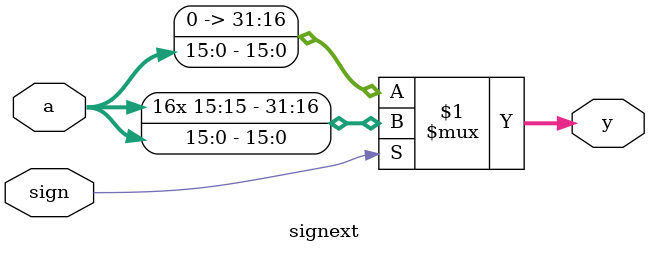
<source format=v>
`timescale 1ns / 1ps

/*
	模块名称: signext
	模块功能: 立即数扩展单元
	输入:
		a			16 位立即数
		sign		0-无符号扩展, 1-符号扩展
	输出:
		y			32 位扩展结果
*/
module signext(
	input 	wire[15:0] 	a,
	input	wire		sign,
	output 	wire[31:0] 	y
    );

	assign y = sign ? {{16{a[15]}}, a} : {16'b0, a};

endmodule
</source>
